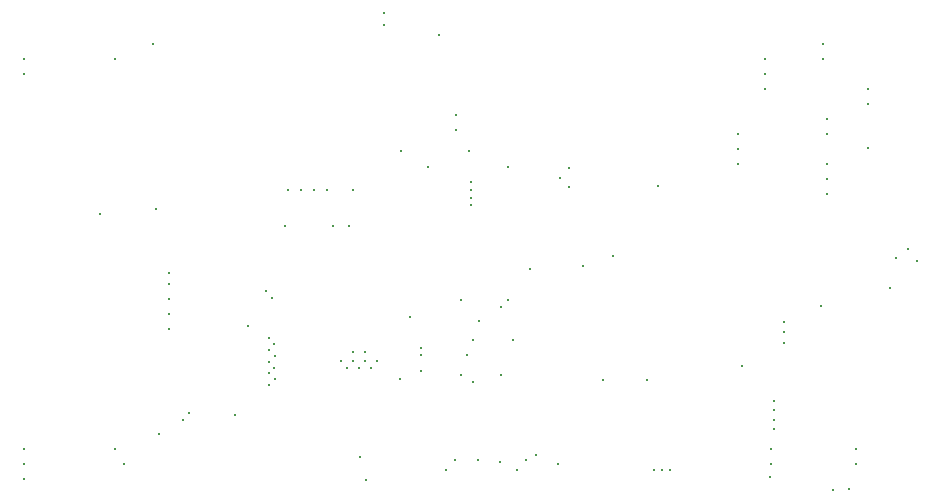
<source format=gbr>
%TF.GenerationSoftware,Altium Limited,Altium Designer,20.0.13 (296)*%
G04 Layer_Color=0*
%FSLAX26Y26*%
%MOIN*%
%TF.FileFunction,Plated,2,5,Blind,Drill*%
%TF.Part,Single*%
G01*
G75*
%TA.AperFunction,ViaDrill,NotFilled*%
%ADD346C,0.007874*%
D346*
X1377953Y1574803D02*
D03*
Y1614173D02*
D03*
X2559055Y1212402D02*
D03*
X1354331Y455709D02*
D03*
X1299213Y134534D02*
D03*
X1318898Y59016D02*
D03*
X3063976Y698898D02*
D03*
X480315Y1462402D02*
D03*
X2649606Y1412402D02*
D03*
X177165Y162402D02*
D03*
X2293280Y1037965D02*
D03*
X2856299Y1112402D02*
D03*
X708661Y259842D02*
D03*
X2041339Y770079D02*
D03*
X1003937Y665354D02*
D03*
X2142520Y805118D02*
D03*
X1523819Y1103346D02*
D03*
X2649606Y1362402D02*
D03*
X1434055Y1153543D02*
D03*
X1866142Y761811D02*
D03*
X1694882Y587092D02*
D03*
X2255905Y391732D02*
D03*
X1959547Y110236D02*
D03*
X2874016Y25591D02*
D03*
X3086614Y796811D02*
D03*
X1769685Y633858D02*
D03*
X984252Y688976D02*
D03*
X618111Y962402D02*
D03*
X1674213Y383858D02*
D03*
X1692913Y125000D02*
D03*
X994094Y452249D02*
D03*
Y413386D02*
D03*
Y492126D02*
D03*
Y531496D02*
D03*
X1669291Y1050197D02*
D03*
X925197Y570866D02*
D03*
X1669291Y1024606D02*
D03*
X661417Y749016D02*
D03*
X629921Y212402D02*
D03*
X2572835Y437008D02*
D03*
X2677165Y228346D02*
D03*
X2669291Y162402D02*
D03*
Y112402D02*
D03*
X1236220Y455709D02*
D03*
X2332677Y90551D02*
D03*
X2278008D02*
D03*
X2952756Y112402D02*
D03*
X2663924Y68897D02*
D03*
X2712598Y514173D02*
D03*
X1765748Y119630D02*
D03*
X2928150Y29528D02*
D03*
X2834646Y639173D02*
D03*
X1187992Y1026417D02*
D03*
X1501968Y473425D02*
D03*
X1275591Y485236D02*
D03*
X1314961D02*
D03*
X1058858Y1025630D02*
D03*
X1791339Y658858D02*
D03*
X1809055Y524606D02*
D03*
X1655512Y473425D02*
D03*
X1614173Y125000D02*
D03*
X1769685Y408464D02*
D03*
X1275394Y1025630D02*
D03*
X1145473D02*
D03*
X1102166D02*
D03*
X1617126Y1224213D02*
D03*
Y1274606D02*
D03*
X1669291Y999016D02*
D03*
Y973425D02*
D03*
X2110236Y392716D02*
D03*
X1635787Y408464D02*
D03*
X1501968Y422244D02*
D03*
Y499016D02*
D03*
X728346Y281496D02*
D03*
X661417Y712402D02*
D03*
Y662402D02*
D03*
Y612402D02*
D03*
Y562402D02*
D03*
X2952756Y162402D02*
D03*
X177165Y1462402D02*
D03*
X3154528Y787402D02*
D03*
X3125000Y826772D02*
D03*
X2649606Y1462402D02*
D03*
X433071Y944882D02*
D03*
X1633858Y658858D02*
D03*
X1465551Y601378D02*
D03*
X1012795Y433071D02*
D03*
X1013740Y472441D02*
D03*
X1013535Y512015D02*
D03*
X1013740Y393701D02*
D03*
X1586614Y90551D02*
D03*
X2305118D02*
D03*
X1820866D02*
D03*
X2677165Y259842D02*
D03*
X1275591Y455709D02*
D03*
X2842520Y1462402D02*
D03*
Y1512402D02*
D03*
X511811Y112402D02*
D03*
X480315Y162402D02*
D03*
X610236Y1512402D02*
D03*
X177165Y1412402D02*
D03*
X177165Y112402D02*
D03*
Y62402D02*
D03*
X1884830Y142172D02*
D03*
X1791339Y1101378D02*
D03*
X1663386Y1153543D02*
D03*
X1563406Y1540748D02*
D03*
X1433110Y393701D02*
D03*
X2856299Y1212402D02*
D03*
Y1012402D02*
D03*
Y1062402D02*
D03*
X1255906Y431102D02*
D03*
X2992736Y1312922D02*
D03*
Y1362922D02*
D03*
X2993256Y1163443D02*
D03*
X2856299Y1262402D02*
D03*
X2677165Y322835D02*
D03*
Y291339D02*
D03*
X1334646Y431102D02*
D03*
X1295276D02*
D03*
X1314961Y455709D02*
D03*
X881890Y275591D02*
D03*
X1675158Y524606D02*
D03*
X1850394Y125748D02*
D03*
X2712598Y550197D02*
D03*
Y583661D02*
D03*
X994095Y374016D02*
D03*
X2559055Y1112402D02*
D03*
X1964567Y1064961D02*
D03*
X1994094Y1099409D02*
D03*
Y1036417D02*
D03*
X1207776Y904626D02*
D03*
X1260925D02*
D03*
X1049213Y903543D02*
D03*
X2559055Y1162402D02*
D03*
%TF.MD5,c292a788563fe68e3068df38a3fb2b9d*%
M02*

</source>
